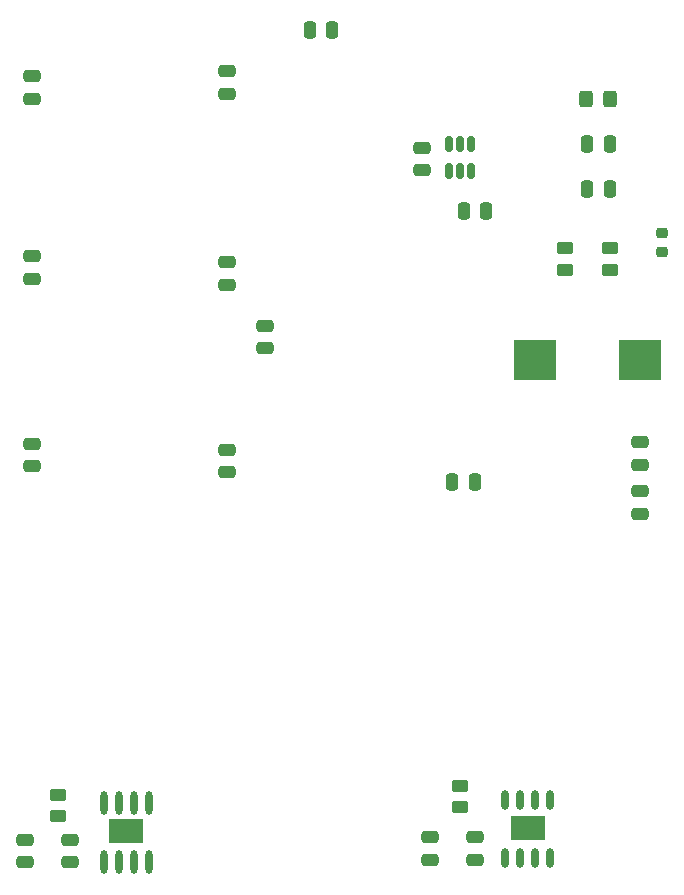
<source format=gbr>
%TF.GenerationSoftware,KiCad,Pcbnew,7.0.7*%
%TF.CreationDate,2024-02-11T13:41:50-05:00*%
%TF.ProjectId,Frosti,46726f73-7469-42e6-9b69-6361645f7063,rev?*%
%TF.SameCoordinates,Original*%
%TF.FileFunction,Paste,Top*%
%TF.FilePolarity,Positive*%
%FSLAX46Y46*%
G04 Gerber Fmt 4.6, Leading zero omitted, Abs format (unit mm)*
G04 Created by KiCad (PCBNEW 7.0.7) date 2024-02-11 13:41:50*
%MOMM*%
%LPD*%
G01*
G04 APERTURE LIST*
G04 Aperture macros list*
%AMRoundRect*
0 Rectangle with rounded corners*
0 $1 Rounding radius*
0 $2 $3 $4 $5 $6 $7 $8 $9 X,Y pos of 4 corners*
0 Add a 4 corners polygon primitive as box body*
4,1,4,$2,$3,$4,$5,$6,$7,$8,$9,$2,$3,0*
0 Add four circle primitives for the rounded corners*
1,1,$1+$1,$2,$3*
1,1,$1+$1,$4,$5*
1,1,$1+$1,$6,$7*
1,1,$1+$1,$8,$9*
0 Add four rect primitives between the rounded corners*
20,1,$1+$1,$2,$3,$4,$5,0*
20,1,$1+$1,$4,$5,$6,$7,0*
20,1,$1+$1,$6,$7,$8,$9,0*
20,1,$1+$1,$8,$9,$2,$3,0*%
G04 Aperture macros list end*
%ADD10RoundRect,0.250000X-0.250000X-0.475000X0.250000X-0.475000X0.250000X0.475000X-0.250000X0.475000X0*%
%ADD11RoundRect,0.250000X-0.450000X0.262500X-0.450000X-0.262500X0.450000X-0.262500X0.450000X0.262500X0*%
%ADD12RoundRect,0.250000X0.250000X0.475000X-0.250000X0.475000X-0.250000X-0.475000X0.250000X-0.475000X0*%
%ADD13RoundRect,0.250000X-0.475000X0.250000X-0.475000X-0.250000X0.475000X-0.250000X0.475000X0.250000X0*%
%ADD14RoundRect,0.150000X-0.150000X0.512500X-0.150000X-0.512500X0.150000X-0.512500X0.150000X0.512500X0*%
%ADD15RoundRect,0.250000X0.325000X0.450000X-0.325000X0.450000X-0.325000X-0.450000X0.325000X-0.450000X0*%
%ADD16RoundRect,0.250000X0.475000X-0.250000X0.475000X0.250000X-0.475000X0.250000X-0.475000X-0.250000X0*%
%ADD17RoundRect,0.250000X0.450000X-0.262500X0.450000X0.262500X-0.450000X0.262500X-0.450000X-0.262500X0*%
%ADD18O,0.599999X2.000001*%
%ADD19R,2.999999X2.130001*%
%ADD20O,0.599999X1.699999*%
%ADD21RoundRect,0.218750X0.256250X-0.218750X0.256250X0.218750X-0.256250X0.218750X-0.256250X-0.218750X0*%
%ADD22R,3.550000X3.500000*%
G04 APERTURE END LIST*
D10*
%TO.C,C19*%
X139065000Y-62230000D03*
X140965000Y-62230000D03*
%TD*%
D11*
%TO.C,R2*%
X117722500Y-127000000D03*
X117722500Y-128825000D03*
%TD*%
D12*
%TO.C,C8*%
X153985000Y-77602500D03*
X152085000Y-77602500D03*
%TD*%
D13*
%TO.C,C14*%
X132080000Y-97795000D03*
X132080000Y-99695000D03*
%TD*%
D14*
%TO.C,U17*%
X152715000Y-71887500D03*
X151765000Y-71887500D03*
X150815000Y-71887500D03*
X150815000Y-74162500D03*
X151765000Y-74162500D03*
X152715000Y-74162500D03*
%TD*%
D13*
%TO.C,C13*%
X115570000Y-66170000D03*
X115570000Y-68070000D03*
%TD*%
%TO.C,C16*%
X132080000Y-81920000D03*
X132080000Y-83820000D03*
%TD*%
%TO.C,C10*%
X167005000Y-97160000D03*
X167005000Y-99060000D03*
%TD*%
%TO.C,C15*%
X132080000Y-65725000D03*
X132080000Y-67625000D03*
%TD*%
D15*
%TO.C,F1*%
X164465000Y-68070000D03*
X162415000Y-68070000D03*
%TD*%
D16*
%TO.C,C3*%
X118745000Y-132710000D03*
X118745000Y-130810000D03*
%TD*%
D10*
%TO.C,C17*%
X151135000Y-100505000D03*
X153035000Y-100505000D03*
%TD*%
D17*
%TO.C,R4*%
X160655000Y-82550000D03*
X160655000Y-80725000D03*
%TD*%
D18*
%TO.C,U10*%
X125412500Y-127675000D03*
X124142500Y-127675000D03*
X122872500Y-127675000D03*
X121602500Y-127675000D03*
X121602500Y-132675000D03*
X122872500Y-132675000D03*
X124142500Y-132675000D03*
X125412500Y-132675000D03*
D19*
X123497500Y-130085000D03*
%TD*%
D11*
%TO.C,R1*%
X151765000Y-126217500D03*
X151765000Y-128042500D03*
%TD*%
D10*
%TO.C,C5*%
X162565000Y-71880000D03*
X164465000Y-71880000D03*
%TD*%
D13*
%TO.C,C9*%
X167005000Y-101285000D03*
X167005000Y-103185000D03*
%TD*%
D16*
%TO.C,C1*%
X153035000Y-132487500D03*
X153035000Y-130587500D03*
%TD*%
D13*
%TO.C,C7*%
X148590000Y-72207500D03*
X148590000Y-74107500D03*
%TD*%
D20*
%TO.C,U4*%
X159385000Y-127407500D03*
X158115000Y-127407500D03*
X156845000Y-127407500D03*
X155575000Y-127407500D03*
X155575000Y-132307500D03*
X156845000Y-132307500D03*
X158115000Y-132307500D03*
X159385000Y-132307500D03*
D19*
X157500000Y-129837500D03*
%TD*%
D13*
%TO.C,C12*%
X115570000Y-97280000D03*
X115570000Y-99180000D03*
%TD*%
D21*
%TO.C,D1*%
X168910000Y-81030000D03*
X168910000Y-79455000D03*
%TD*%
D12*
%TO.C,C6*%
X164460000Y-75690000D03*
X162560000Y-75690000D03*
%TD*%
D16*
%TO.C,C2*%
X149225000Y-132482500D03*
X149225000Y-130582500D03*
%TD*%
%TO.C,C4*%
X114935000Y-132710000D03*
X114935000Y-130810000D03*
%TD*%
D13*
%TO.C,C18*%
X135255000Y-87285000D03*
X135255000Y-89185000D03*
%TD*%
D22*
%TO.C,L1*%
X158085000Y-90170000D03*
X167035000Y-90170000D03*
%TD*%
D13*
%TO.C,C11*%
X115570000Y-81405000D03*
X115570000Y-83305000D03*
%TD*%
D11*
%TO.C,R3*%
X164465000Y-80725000D03*
X164465000Y-82550000D03*
%TD*%
M02*

</source>
